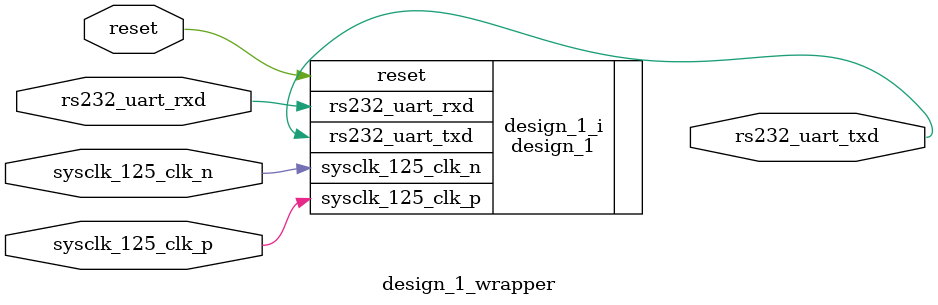
<source format=v>
`timescale 1 ps / 1 ps

module design_1_wrapper
   (reset,
    rs232_uart_rxd,
    rs232_uart_txd,
    sysclk_125_clk_n,
    sysclk_125_clk_p);
  input reset;
  input rs232_uart_rxd;
  output rs232_uart_txd;
  input sysclk_125_clk_n;
  input sysclk_125_clk_p;

  wire reset;
  wire rs232_uart_rxd;
  wire rs232_uart_txd;
  wire sysclk_125_clk_n;
  wire sysclk_125_clk_p;

  design_1 design_1_i
       (.reset(reset),
        .rs232_uart_rxd(rs232_uart_rxd),
        .rs232_uart_txd(rs232_uart_txd),
        .sysclk_125_clk_n(sysclk_125_clk_n),
        .sysclk_125_clk_p(sysclk_125_clk_p));
endmodule

</source>
